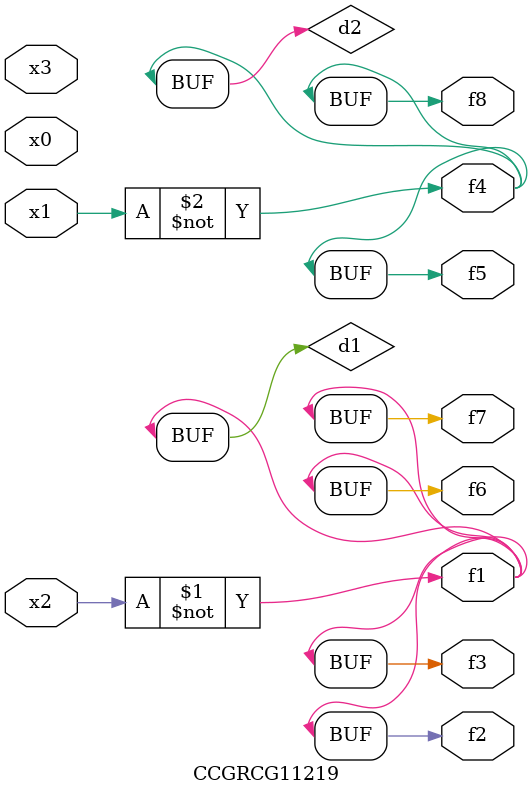
<source format=v>
module CCGRCG11219(
	input x0, x1, x2, x3,
	output f1, f2, f3, f4, f5, f6, f7, f8
);

	wire d1, d2;

	xnor (d1, x2);
	not (d2, x1);
	assign f1 = d1;
	assign f2 = d1;
	assign f3 = d1;
	assign f4 = d2;
	assign f5 = d2;
	assign f6 = d1;
	assign f7 = d1;
	assign f8 = d2;
endmodule

</source>
